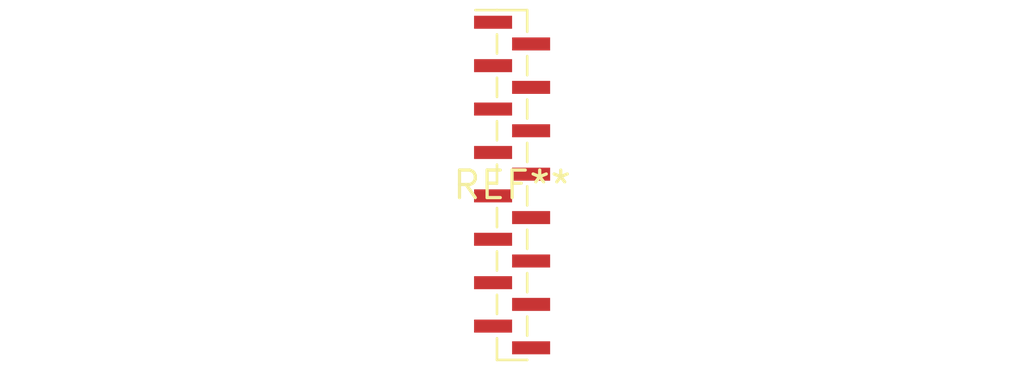
<source format=kicad_pcb>
(kicad_pcb (version 20240108) (generator pcbnew)
  (layers (0 "F.Cu" signal) (31 "B.Cu" signal) (34 "B.Paste" user) (35 "F.Paste" user) (36 "B.SilkS" user "B.Silkscreen") (37 "F.SilkS" user "F.Silkscreen") (38 "B.Mask" user) (39 "F.Mask" user) (44 "Edge.Cuts" user))
  (net 0 "")
  (footprint "PinHeader_1x16_P1.00mm_Vertical_SMD_Pin1Left" (layer "F.Cu") (at 0 0)
    (property "Reference" "REF**")
    (property "Value" "PinHeader_1x16_P1.00mm_Vertical_SMD_Pin1Left")
    (fp_line (start -0.695 -8.06) (end -1.69 -8.06) (layer "F.SilkS") (stroke (width 0.12)))
    (fp_line (start -0.695 -8.06) (end -0.695 -8.06) (layer "F.SilkS") (stroke (width 0.12)))
    (fp_line (start -0.695 -8.06) (end 0.695 -8.06) (layer "F.SilkS") (stroke (width 0.12)))
    (fp_line (start -0.695 -6.94) (end -0.695 -6.06) (layer "F.SilkS") (stroke (width 0.12)))
    (fp_line (start -0.695 -4.94) (end -0.695 -4.06) (layer "F.SilkS") (stroke (width 0.12)))
    (fp_line (start -0.695 -2.94) (end -0.695 -2.06) (layer "F.SilkS") (stroke (width 0.12)))
    (fp_line (start -0.695 -0.94) (end -0.695 -0.06) (layer "F.SilkS") (stroke (width 0.12)))
    (fp_line (start -0.695 1.06) (end -0.695 1.94) (layer "F.SilkS") (stroke (width 0.12)))
    (fp_line (start -0.695 3.06) (end -0.695 3.94) (layer "F.SilkS") (stroke (width 0.12)))
    (fp_line (start -0.695 5.06) (end -0.695 5.94) (layer "F.SilkS") (stroke (width 0.12)))
    (fp_line (start -0.695 7.06) (end -0.695 8.06) (layer "F.SilkS") (stroke (width 0.12)))
    (fp_line (start -0.695 8.06) (end 0.695 8.06) (layer "F.SilkS") (stroke (width 0.12)))
    (fp_line (start 0.695 -8.06) (end 0.695 -7.06) (layer "F.SilkS") (stroke (width 0.12)))
    (fp_line (start 0.695 -5.94) (end 0.695 -5.06) (layer "F.SilkS") (stroke (width 0.12)))
    (fp_line (start 0.695 -3.94) (end 0.695 -3.06) (layer "F.SilkS") (stroke (width 0.12)))
    (fp_line (start 0.695 -1.94) (end 0.695 -1.06) (layer "F.SilkS") (stroke (width 0.12)))
    (fp_line (start 0.695 0.06) (end 0.695 0.94) (layer "F.SilkS") (stroke (width 0.12)))
    (fp_line (start 0.695 2.06) (end 0.695 2.94) (layer "F.SilkS") (stroke (width 0.12)))
    (fp_line (start 0.695 4.06) (end 0.695 4.94) (layer "F.SilkS") (stroke (width 0.12)))
    (fp_line (start 0.695 6.06) (end 0.695 6.94) (layer "F.SilkS") (stroke (width 0.12)))
    (fp_line (start 0.695 8.06) (end 0.695 8.06) (layer "F.SilkS") (stroke (width 0.12)))
    (pad "1" smd rect (at -0.875 -7.5) (size 1.75 0.6) (layers "F.Cu" "F.Paste" "F.Mask"))
    (pad "2" smd rect (at 0.875 -6.5) (size 1.75 0.6) (layers "F.Cu" "F.Paste" "F.Mask"))
    (pad "3" smd rect (at -0.875 -5.5) (size 1.75 0.6) (layers "F.Cu" "F.Paste" "F.Mask"))
    (pad "4" smd rect (at 0.875 -4.5) (size 1.75 0.6) (layers "F.Cu" "F.Paste" "F.Mask"))
    (pad "5" smd rect (at -0.875 -3.5) (size 1.75 0.6) (layers "F.Cu" "F.Paste" "F.Mask"))
    (pad "6" smd rect (at 0.875 -2.5) (size 1.75 0.6) (layers "F.Cu" "F.Paste" "F.Mask"))
    (pad "7" smd rect (at -0.875 -1.5) (size 1.75 0.6) (layers "F.Cu" "F.Paste" "F.Mask"))
    (pad "8" smd rect (at 0.875 -0.5) (size 1.75 0.6) (layers "F.Cu" "F.Paste" "F.Mask"))
    (pad "9" smd rect (at -0.875 0.5) (size 1.75 0.6) (layers "F.Cu" "F.Paste" "F.Mask"))
    (pad "10" smd rect (at 0.875 1.5) (size 1.75 0.6) (layers "F.Cu" "F.Paste" "F.Mask"))
    (pad "11" smd rect (at -0.875 2.5) (size 1.75 0.6) (layers "F.Cu" "F.Paste" "F.Mask"))
    (pad "12" smd rect (at 0.875 3.5) (size 1.75 0.6) (layers "F.Cu" "F.Paste" "F.Mask"))
    (pad "13" smd rect (at -0.875 4.5) (size 1.75 0.6) (layers "F.Cu" "F.Paste" "F.Mask"))
    (pad "14" smd rect (at 0.875 5.5) (size 1.75 0.6) (layers "F.Cu" "F.Paste" "F.Mask"))
    (pad "15" smd rect (at -0.875 6.5) (size 1.75 0.6) (layers "F.Cu" "F.Paste" "F.Mask"))
    (pad "16" smd rect (at 0.875 7.5) (size 1.75 0.6) (layers "F.Cu" "F.Paste" "F.Mask"))
  )
)
</source>
